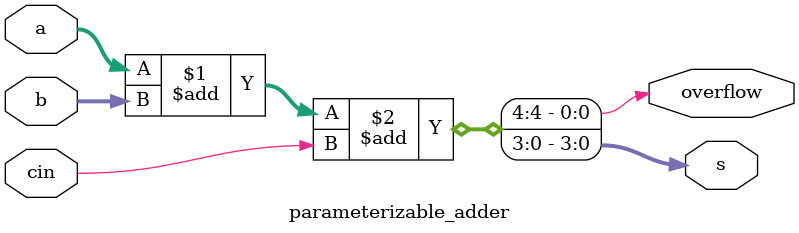
<source format=sv>
module parameterizable_adder #(bit_count = 4)
	(input logic[bit_count-1:0] a,b,input logic cin,output logic[bit_count-1:0] s,output logic overflow);

	
	assign {overflow, s} = a + b+ cin;
	
endmodule

</source>
